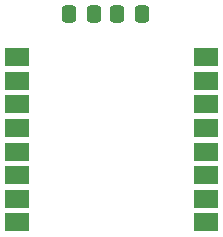
<source format=gbr>
%TF.GenerationSoftware,KiCad,Pcbnew,7.0.1*%
%TF.CreationDate,2023-04-28T09:34:28+02:00*%
%TF.ProjectId,RA01_ANT,52413031-5f41-44e5-942e-6b696361645f,rev?*%
%TF.SameCoordinates,Original*%
%TF.FileFunction,Paste,Top*%
%TF.FilePolarity,Positive*%
%FSLAX46Y46*%
G04 Gerber Fmt 4.6, Leading zero omitted, Abs format (unit mm)*
G04 Created by KiCad (PCBNEW 7.0.1) date 2023-04-28 09:34:28*
%MOMM*%
%LPD*%
G01*
G04 APERTURE LIST*
G04 Aperture macros list*
%AMRoundRect*
0 Rectangle with rounded corners*
0 $1 Rounding radius*
0 $2 $3 $4 $5 $6 $7 $8 $9 X,Y pos of 4 corners*
0 Add a 4 corners polygon primitive as box body*
4,1,4,$2,$3,$4,$5,$6,$7,$8,$9,$2,$3,0*
0 Add four circle primitives for the rounded corners*
1,1,$1+$1,$2,$3*
1,1,$1+$1,$4,$5*
1,1,$1+$1,$6,$7*
1,1,$1+$1,$8,$9*
0 Add four rect primitives between the rounded corners*
20,1,$1+$1,$2,$3,$4,$5,0*
20,1,$1+$1,$4,$5,$6,$7,0*
20,1,$1+$1,$6,$7,$8,$9,0*
20,1,$1+$1,$8,$9,$2,$3,0*%
G04 Aperture macros list end*
%ADD10R,2.000000X1.500000*%
%ADD11RoundRect,0.250000X-0.337500X-0.475000X0.337500X-0.475000X0.337500X0.475000X-0.337500X0.475000X0*%
%ADD12RoundRect,0.250000X0.337500X0.475000X-0.337500X0.475000X-0.337500X-0.475000X0.337500X-0.475000X0*%
G04 APERTURE END LIST*
D10*
%TO.C,U1*%
X129160000Y-42990000D03*
X129160000Y-44990000D03*
X129160000Y-46990000D03*
X129160000Y-48990000D03*
X129160000Y-50990000D03*
X129160000Y-52990000D03*
X129160000Y-54990000D03*
X129160000Y-56990000D03*
X145160000Y-56990000D03*
X145160000Y-54990000D03*
X145160000Y-52990000D03*
X145160000Y-50990000D03*
X145160000Y-48990000D03*
X145160000Y-46990000D03*
X145160000Y-44990000D03*
X145160000Y-42990000D03*
%TD*%
D11*
%TO.C,C1*%
X137625000Y-39370000D03*
X139700000Y-39370000D03*
%TD*%
D12*
%TO.C,C2*%
X135657500Y-39370000D03*
X133582500Y-39370000D03*
%TD*%
M02*

</source>
